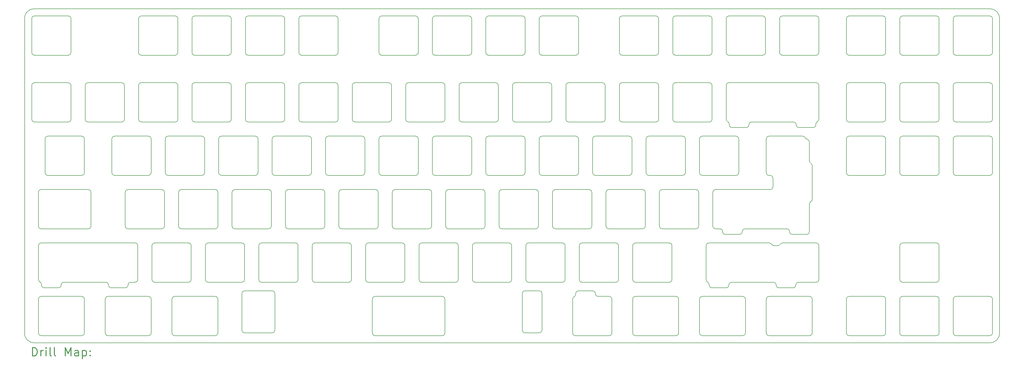
<source format=gbr>
%FSLAX45Y45*%
G04 Gerber Fmt 4.5, Leading zero omitted, Abs format (unit mm)*
G04 Created by KiCad (PCBNEW 5.1.10-88a1d61d58~90~ubuntu21.04.1) date 2021-08-16 11:56:16*
%MOMM*%
%LPD*%
G01*
G04 APERTURE LIST*
%TA.AperFunction,Profile*%
%ADD10C,0.200000*%
%TD*%
%TA.AperFunction,Profile*%
%ADD11C,0.150000*%
%TD*%
%ADD12C,0.200000*%
%ADD13C,0.300000*%
G04 APERTURE END LIST*
D10*
X28357830Y-14730730D02*
X30300955Y-14730730D01*
X28257830Y-14830730D02*
G75*
G02*
X28357830Y-14730730I100000J0D01*
G01*
X30300955Y-14225730D02*
G75*
G02*
X30400955Y-14325730I0J-100000D01*
G01*
X30162830Y-12925730D02*
X30162830Y-14125730D01*
X30162830Y-12925730D02*
G75*
G02*
X30262830Y-12825730I100000J0D01*
G01*
X28357830Y-16130730D02*
G75*
G02*
X28257830Y-16030730I0J100000D01*
G01*
X28704655Y-16330730D02*
G75*
G02*
X28604655Y-16230730I0J100000D01*
G01*
X30262830Y-14225730D02*
G75*
G02*
X30162830Y-14125730I0J100000D01*
G01*
X28504655Y-16130730D02*
G75*
G02*
X28604655Y-16230730I0J-100000D01*
G01*
X30262830Y-12825730D02*
X31462830Y-12825730D01*
X31462830Y-12825730D02*
G75*
G02*
X31552914Y-12882314I0J-100000D01*
G01*
X28704655Y-16330730D02*
X29205149Y-16330599D01*
X31092750Y-16330599D02*
X31601000Y-16330599D01*
X31700955Y-15251435D02*
G75*
G02*
X31750955Y-15164833I100000J0D01*
G01*
X30300955Y-14225730D02*
X30262830Y-14225730D01*
X31621976Y-12936664D02*
G75*
G02*
X31552914Y-12882314I21021J97766D01*
G01*
X29405149Y-16130599D02*
X30892750Y-16130599D01*
X31700955Y-16230730D02*
G75*
G02*
X31600955Y-16330730I-100000J0D01*
G01*
X28357830Y-16130730D02*
X28504655Y-16130730D01*
X31621976Y-12936664D02*
G75*
G02*
X31700955Y-13034430I-21021J-97766D01*
G01*
X31750955Y-13791628D02*
G75*
G02*
X31800955Y-13878230I-50000J-86603D01*
G01*
X31700955Y-13034430D02*
X31700955Y-13705025D01*
X28604655Y-16230730D02*
X28604655Y-16230730D01*
X28257830Y-14830730D02*
X28257830Y-16030730D01*
X31700955Y-16230730D02*
X31700955Y-15251435D01*
X30892750Y-16130599D02*
G75*
G02*
X30992750Y-16230599I0J-100000D01*
G01*
X31800955Y-15078230D02*
G75*
G02*
X31750955Y-15164833I-100000J0D01*
G01*
X31092750Y-16330599D02*
G75*
G02*
X30992750Y-16230599I0J100000D01*
G01*
X31800955Y-13878230D02*
X31800955Y-15078230D01*
X29305149Y-16230599D02*
G75*
G02*
X29405149Y-16130599I100000J0D01*
G01*
X29305149Y-16230599D02*
G75*
G02*
X29205149Y-16330599I-100000J0D01*
G01*
X30400955Y-14630730D02*
G75*
G02*
X30300955Y-14730730I-100000J0D01*
G01*
X30400955Y-14630730D02*
X30400955Y-14325730D01*
X31750955Y-13791627D02*
G75*
G02*
X31700955Y-13705025I50000J86603D01*
G01*
X4262825Y-18022162D02*
G75*
G02*
X4208475Y-17933190I45650J88972D01*
G01*
X4417175Y-18233190D02*
G75*
G02*
X4317175Y-18133190I0J100000D01*
G01*
X7504775Y-18033190D02*
X7651600Y-18033190D01*
X6804775Y-18233190D02*
X7304775Y-18233190D01*
X7404775Y-18133190D02*
X7404775Y-18133190D01*
X7651600Y-16633190D02*
G75*
G02*
X7751600Y-16733190I0J-100000D01*
G01*
X5117175Y-18033190D02*
X6604775Y-18033190D01*
X7404775Y-18133190D02*
G75*
G02*
X7504775Y-18033190I100000J0D01*
G01*
X7404775Y-18133190D02*
G75*
G02*
X7304775Y-18233190I-100000J0D01*
G01*
X4208475Y-16733190D02*
G75*
G02*
X4308475Y-16633190I100000J0D01*
G01*
X5017175Y-18133190D02*
X5017175Y-18133190D01*
X7751600Y-16733190D02*
X7751600Y-17933190D01*
X4262825Y-18022162D02*
G75*
G02*
X4317175Y-18111135I-45650J-88972D01*
G01*
X6704775Y-18133190D02*
X6704775Y-18133190D01*
X4208475Y-16733190D02*
X4208475Y-17933190D01*
X5017175Y-18133190D02*
G75*
G02*
X4917175Y-18233190I-100000J0D01*
G01*
X4417175Y-18233190D02*
X4917175Y-18233190D01*
X7751600Y-17933190D02*
G75*
G02*
X7651600Y-18033190I-100000J0D01*
G01*
X6804775Y-18233190D02*
G75*
G02*
X6704775Y-18133190I0J100000D01*
G01*
X4308475Y-16633190D02*
X7651600Y-16633190D01*
X5017175Y-18133190D02*
G75*
G02*
X5117175Y-18033190I100000J0D01*
G01*
X4317175Y-18133190D02*
X4317175Y-18111135D01*
X6604775Y-18033190D02*
G75*
G02*
X6704775Y-18133190I0J-100000D01*
G01*
X28828899Y-18135600D02*
G75*
G02*
X28928899Y-18035600I100000J0D01*
G01*
X31939701Y-16635599D02*
G75*
G02*
X32039701Y-16735599I0J-100000D01*
G01*
X30566495Y-16735599D02*
X30445905Y-16735599D01*
X30616500Y-18235600D02*
G75*
G02*
X30516500Y-18135600I0J100000D01*
G01*
X31316501Y-18035600D02*
X31939701Y-18035600D01*
X30616500Y-18235600D02*
X31116500Y-18235600D01*
X28228899Y-18235600D02*
G75*
G02*
X28128899Y-18135600I0J100000D01*
G01*
X32039701Y-17935600D02*
X32039701Y-16735599D01*
X30566495Y-16735599D02*
G75*
G03*
X30653097Y-16685599I0J100000D01*
G01*
X32039701Y-17935600D02*
G75*
G02*
X31939701Y-18035600I-100000J0D01*
G01*
X30653097Y-16685599D02*
G75*
G02*
X30739700Y-16635599I86603J-50000D01*
G01*
X28228899Y-18235600D02*
X28728899Y-18235600D01*
X30272700Y-16635599D02*
G75*
G02*
X30359302Y-16685599I0J-100000D01*
G01*
X28019699Y-16735599D02*
X28019699Y-17935600D01*
X30272700Y-16635599D02*
X28119699Y-16635599D01*
X30416500Y-18035600D02*
G75*
G02*
X30516500Y-18135600I0J-100000D01*
G01*
X28928899Y-18035600D02*
X30416500Y-18035600D01*
X28828899Y-18135600D02*
G75*
G02*
X28728899Y-18235600I-100000J0D01*
G01*
X31216500Y-18135600D02*
G75*
G02*
X31116500Y-18235600I-100000J0D01*
G01*
X28074650Y-18035893D02*
G75*
G02*
X28019699Y-17935600I64049J100293D01*
G01*
X30445905Y-16735599D02*
G75*
G02*
X30359302Y-16685599I0J100000D01*
G01*
X31939701Y-16635599D02*
X30739700Y-16635599D01*
X28019699Y-16735599D02*
G75*
G02*
X28119699Y-16635599I100000J0D01*
G01*
X28074711Y-18035798D02*
G75*
G02*
X28128899Y-18135600I-64812J-99802D01*
G01*
X31316501Y-18035600D02*
G75*
G03*
X31216500Y-18135600I0J-100000D01*
G01*
X31930876Y-12420597D02*
G75*
G02*
X31830876Y-12520597I-100000J0D01*
G01*
X31939075Y-10920596D02*
X28834075Y-10920596D01*
X28788924Y-12309568D02*
G75*
G02*
X28734574Y-12220596I45650J88972D01*
G01*
X31985224Y-12309569D02*
G75*
G03*
X31930874Y-12398541I45650J-88972D01*
G01*
X31330875Y-12520597D02*
X31830876Y-12520597D01*
X32039574Y-12220597D02*
X32039574Y-11020596D01*
X28843274Y-12398541D02*
X28843274Y-12420597D01*
X31985224Y-12309569D02*
G75*
G03*
X32039574Y-12220597I-45650J88972D01*
G01*
X28943274Y-12520597D02*
X29443274Y-12520597D01*
X31130875Y-12320597D02*
G75*
G02*
X31230875Y-12420597I0J-100000D01*
G01*
X29543275Y-12420597D02*
G75*
G02*
X29643275Y-12320597I100000J0D01*
G01*
X28734574Y-11020596D02*
G75*
G02*
X28834574Y-10920596I100000J0D01*
G01*
X29543275Y-12420597D02*
G75*
G02*
X29443274Y-12520597I-100000J0D01*
G01*
X29643275Y-12320597D02*
X31130875Y-12320597D01*
X28788924Y-12309568D02*
G75*
G02*
X28843274Y-12398541I-45650J-88972D01*
G01*
X31930874Y-12398541D02*
X31930876Y-12420597D01*
X31939574Y-10920596D02*
G75*
G02*
X32039574Y-11020596I0J-100000D01*
G01*
X31330875Y-12520597D02*
G75*
G02*
X31230875Y-12420597I0J100000D01*
G01*
X28734574Y-11020596D02*
X28734574Y-12220596D01*
X28943274Y-12520597D02*
G75*
G02*
X28843274Y-12420597I0J100000D01*
G01*
X23357696Y-19940601D02*
G75*
G02*
X23257696Y-19840601I0J100000D01*
G01*
X23369571Y-18440600D02*
G75*
G02*
X23469571Y-18340600I100000J0D01*
G01*
X24657697Y-19840601D02*
G75*
G02*
X24557697Y-19940601I-100000J0D01*
G01*
X23369571Y-18440600D02*
X23369571Y-18461062D01*
X23369571Y-18461062D02*
G75*
G02*
X23313634Y-18550831I-100000J0D01*
G01*
X23357696Y-19940601D02*
X24557697Y-19940601D01*
X24657697Y-19840601D02*
X24657697Y-18640600D01*
X24557697Y-18540600D02*
X24169572Y-18540600D01*
X24557697Y-18540600D02*
G75*
G02*
X24657697Y-18640600I0J-100000D01*
G01*
X23969571Y-18340600D02*
G75*
G02*
X24069572Y-18440600I0J-100000D01*
G01*
X24169572Y-18540600D02*
G75*
G02*
X24069572Y-18440600I0J100000D01*
G01*
X23257696Y-18640600D02*
X23257696Y-19840601D01*
X23257696Y-18640600D02*
G75*
G02*
X23313634Y-18550831I100000J0D01*
G01*
X23969571Y-18340600D02*
X23469571Y-18340600D01*
X22543321Y-14830598D02*
X22543321Y-16030599D01*
X21463945Y-18440600D02*
G75*
G02*
X21563945Y-18340600I100000J0D01*
G01*
X14547066Y-14225598D02*
X15747067Y-14225598D01*
X22167071Y-9939346D02*
X23367071Y-9939346D01*
X6827062Y-12925597D02*
X6827062Y-14125598D01*
X18228318Y-16030599D02*
G75*
G02*
X18128318Y-16130599I-100000J0D01*
G01*
X21562070Y-14125598D02*
G75*
G02*
X21462070Y-14225598I-100000J0D01*
G01*
X22167071Y-14225598D02*
X23367071Y-14225598D01*
X17880818Y-18035600D02*
X19080819Y-18035600D01*
X22890821Y-16635599D02*
X21690820Y-16635599D01*
X11563940Y-19840601D02*
X12539565Y-19840601D01*
X4307686Y-19940601D02*
X5745812Y-19940601D01*
X29182074Y-14125598D02*
G75*
G02*
X29082074Y-14225598I-100000J0D01*
G01*
X25977073Y-14225598D02*
G75*
G02*
X25877073Y-14125598I0J100000D01*
G01*
X19657069Y-14125598D02*
G75*
G02*
X19557069Y-14225598I-100000J0D01*
G01*
X25400822Y-18640600D02*
X25400822Y-19840601D01*
X35025828Y-19940601D02*
X36225828Y-19940601D01*
X9070189Y-19940601D02*
G75*
G02*
X8970188Y-19840601I0J100000D01*
G01*
X25977073Y-14225598D02*
X27177073Y-14225598D01*
X13970816Y-16735599D02*
X13970816Y-17935600D01*
X14923317Y-14830598D02*
X14923317Y-16030599D01*
X23119571Y-12320597D02*
X24319572Y-12320597D01*
X36325828Y-12220597D02*
G75*
G02*
X36225828Y-12320597I-100000J0D01*
G01*
X20609570Y-12220597D02*
G75*
G02*
X20509570Y-12320597I-100000J0D01*
G01*
X33020826Y-8639345D02*
X33020826Y-9839346D01*
X24419572Y-12220597D02*
G75*
G02*
X24319572Y-12320597I-100000J0D01*
G01*
X24895822Y-17935600D02*
G75*
G02*
X24795822Y-18035600I-100000J0D01*
G01*
X16799568Y-12220597D02*
G75*
G02*
X16699568Y-12320597I-100000J0D01*
G01*
X36325828Y-12220597D02*
X36325828Y-11020596D01*
X20162070Y-12925597D02*
X20162070Y-14125598D01*
X38230829Y-9839346D02*
G75*
G02*
X38130829Y-9939346I-100000J0D01*
G01*
X8832063Y-14225598D02*
G75*
G02*
X8732063Y-14125598I0J100000D01*
G01*
X24072072Y-14225598D02*
X25272072Y-14225598D01*
X11460815Y-16635599D02*
X10260814Y-16635599D01*
X35025828Y-14225598D02*
G75*
G02*
X34925828Y-14125598I0J100000D01*
G01*
X19309569Y-12320597D02*
X20509570Y-12320597D01*
X27277073Y-14125598D02*
G75*
G02*
X27177073Y-14225598I-100000J0D01*
G01*
X26324573Y-12220597D02*
G75*
G02*
X26224573Y-12320597I-100000J0D01*
G01*
X26929573Y-12320597D02*
G75*
G02*
X26829573Y-12220597I0J100000D01*
G01*
X10260814Y-18035600D02*
G75*
G02*
X10160814Y-17935600I0J100000D01*
G01*
X35025828Y-18035600D02*
X36225828Y-18035600D01*
X9555814Y-16635599D02*
X8355813Y-16635599D01*
X36830829Y-12925597D02*
X36830829Y-14125598D01*
X4307686Y-16130599D02*
X5983937Y-16130599D01*
X10160814Y-16735599D02*
G75*
G02*
X10260814Y-16635599I100000J0D01*
G01*
X5974562Y-12320597D02*
G75*
G02*
X5874562Y-12220597I0J100000D01*
G01*
X34925828Y-12925597D02*
X34925828Y-14125598D01*
X10608314Y-16030599D02*
X10608314Y-14830598D01*
X35025828Y-12320597D02*
X36225828Y-12320597D01*
X38230829Y-12220597D02*
G75*
G02*
X38130829Y-12320597I-100000J0D01*
G01*
X17275818Y-17935600D02*
G75*
G02*
X17175818Y-18035600I-100000J0D01*
G01*
X35025828Y-19940601D02*
G75*
G02*
X34925828Y-19840601I0J100000D01*
G01*
X14547066Y-14225598D02*
G75*
G02*
X14447066Y-14125598I0J100000D01*
G01*
X21590820Y-16735599D02*
G75*
G02*
X21690820Y-16635599I100000J0D01*
G01*
X33120826Y-19940601D02*
G75*
G02*
X33020826Y-19840601I0J100000D01*
G01*
X17752068Y-9839346D02*
G75*
G02*
X17652068Y-9939346I-100000J0D01*
G01*
X32039576Y-9839346D02*
G75*
G02*
X31939576Y-9939346I-100000J0D01*
G01*
X4545811Y-14225598D02*
G75*
G02*
X4445811Y-14125598I0J100000D01*
G01*
X16452067Y-14225598D02*
G75*
G02*
X16352067Y-14125598I0J100000D01*
G01*
X25500822Y-18035600D02*
X26700823Y-18035600D01*
X6827062Y-12925597D02*
G75*
G02*
X6927062Y-12825597I100000J0D01*
G01*
X6083937Y-16030599D02*
G75*
G02*
X5983937Y-16130599I-100000J0D01*
G01*
X16213942Y-19940601D02*
G75*
G02*
X16113942Y-19840601I0J100000D01*
G01*
X16352067Y-8639345D02*
X16352067Y-9839346D01*
X23495821Y-16735599D02*
X23495821Y-17935600D01*
X6688937Y-19940601D02*
X8127063Y-19940601D01*
X28734574Y-8639345D02*
G75*
G02*
X28834574Y-8539345I100000J0D01*
G01*
X36930829Y-14225598D02*
G75*
G02*
X36830829Y-14125598I0J100000D01*
G01*
X12065815Y-16735599D02*
X12065815Y-17935600D01*
X36930829Y-9939346D02*
X38130829Y-9939346D01*
X29420199Y-19840601D02*
G75*
G02*
X29320199Y-19940601I-100000J0D01*
G01*
X13594566Y-9939346D02*
X14794567Y-9939346D01*
X12889566Y-10920596D02*
X11689565Y-10920596D01*
X19209569Y-11020596D02*
X19209569Y-12220597D01*
X23595821Y-18035600D02*
G75*
G02*
X23495821Y-17935600I0J100000D01*
G01*
X4069561Y-12320597D02*
X5269561Y-12320597D01*
X19657069Y-9839346D02*
G75*
G02*
X19557069Y-9939346I-100000J0D01*
G01*
X28229574Y-9839346D02*
X28229574Y-8639345D01*
X34420827Y-12220597D02*
G75*
G02*
X34320827Y-12320597I-100000J0D01*
G01*
X26353323Y-14830598D02*
X26353323Y-16030599D01*
X11113315Y-14830598D02*
X11113315Y-16030599D01*
X23119571Y-12320597D02*
G75*
G02*
X23019571Y-12220597I0J100000D01*
G01*
X5845812Y-14125598D02*
X5845812Y-12925597D01*
X36325828Y-9839346D02*
X36325828Y-8639345D01*
X9784564Y-9939346D02*
G75*
G02*
X9684564Y-9839346I0J100000D01*
G01*
X20262070Y-9939346D02*
X21462070Y-9939346D01*
X7403313Y-16130599D02*
X8603313Y-16130599D01*
X38230829Y-19840601D02*
G75*
G02*
X38130829Y-19940601I-100000J0D01*
G01*
X23943321Y-16030599D02*
G75*
G02*
X23843321Y-16130599I-100000J0D01*
G01*
X10608314Y-19840601D02*
G75*
G02*
X10508314Y-19940601I-100000J0D01*
G01*
X31801451Y-19840601D02*
G75*
G02*
X31701451Y-19940601I-100000J0D01*
G01*
X12165815Y-18035600D02*
G75*
G02*
X12065815Y-17935600I0J100000D01*
G01*
X13118316Y-16130599D02*
X14318316Y-16130599D01*
X30034575Y-8539345D02*
X28834574Y-8539345D01*
X18833319Y-16130599D02*
X20033319Y-16130599D01*
X15023317Y-16130599D02*
G75*
G02*
X14923317Y-16030599I0J100000D01*
G01*
X22167071Y-9939346D02*
G75*
G02*
X22067071Y-9839346I0J100000D01*
G01*
X8732063Y-12925597D02*
X8732063Y-14125598D01*
X11589565Y-11020596D02*
X11589565Y-12220597D01*
X15499567Y-12320597D02*
G75*
G02*
X15399567Y-12220597I0J100000D01*
G01*
X7403313Y-16130599D02*
G75*
G02*
X7303312Y-16030599I0J100000D01*
G01*
X9070189Y-19940601D02*
X10508314Y-19940601D01*
X11689565Y-9939346D02*
X12889566Y-9939346D01*
X36930829Y-12320597D02*
X38130829Y-12320597D01*
X23972071Y-12925597D02*
X23972071Y-14125598D01*
X21590820Y-16735599D02*
X21590820Y-17935600D01*
X27882074Y-14225598D02*
X29082074Y-14225598D01*
X20262070Y-9939346D02*
G75*
G02*
X20162070Y-9839346I0J100000D01*
G01*
X35025828Y-9939346D02*
X36225828Y-9939346D01*
X8703313Y-16030599D02*
G75*
G02*
X8603313Y-16130599I-100000J0D01*
G01*
X13118316Y-16130599D02*
G75*
G02*
X13018316Y-16030599I0J100000D01*
G01*
X36830829Y-11020596D02*
X36830829Y-12220597D01*
X19785819Y-18035600D02*
X20985820Y-18035600D01*
X36325828Y-19840601D02*
G75*
G02*
X36225828Y-19940601I-100000J0D01*
G01*
X25024572Y-12320597D02*
X26224573Y-12320597D01*
X36325828Y-17935600D02*
G75*
G02*
X36225828Y-18035600I-100000J0D01*
G01*
X21562070Y-9839346D02*
G75*
G02*
X21462070Y-9939346I-100000J0D01*
G01*
X36225828Y-18540600D02*
G75*
G02*
X36325828Y-18640600I0J-100000D01*
G01*
X22167071Y-14225598D02*
G75*
G02*
X22067071Y-14125598I0J100000D01*
G01*
X25024572Y-9939346D02*
X26224573Y-9939346D01*
X36325828Y-19840601D02*
X36325828Y-18640600D01*
X22514571Y-12220597D02*
G75*
G02*
X22414571Y-12320597I-100000J0D01*
G01*
X16928318Y-16130599D02*
X18128318Y-16130599D01*
X4545811Y-14225598D02*
X5745812Y-14225598D01*
X36930829Y-12320597D02*
G75*
G02*
X36830829Y-12220597I0J100000D01*
G01*
X10737064Y-14225598D02*
X11937065Y-14225598D01*
X7779563Y-11020596D02*
X7779563Y-12220597D01*
X16452067Y-14225598D02*
X17652068Y-14225598D01*
X5874562Y-11020596D02*
X5874562Y-12220597D01*
X23595821Y-18035600D02*
X24795822Y-18035600D01*
X20262070Y-14225598D02*
X21462070Y-14225598D01*
X10160814Y-16735599D02*
X10160814Y-17935600D01*
X16223317Y-14730598D02*
X15023317Y-14730598D01*
X22643321Y-16130599D02*
X23843321Y-16130599D01*
X17404568Y-12320597D02*
G75*
G02*
X17304568Y-12220597I0J100000D01*
G01*
X26829573Y-11020596D02*
X26829573Y-12220597D01*
X24548322Y-16130599D02*
X25748322Y-16130599D01*
X5845812Y-19840601D02*
G75*
G02*
X5745812Y-19940601I-100000J0D01*
G01*
X35025828Y-12320597D02*
G75*
G02*
X34925828Y-12220597I0J100000D01*
G01*
X30263325Y-19940601D02*
G75*
G02*
X30163325Y-19840601I0J100000D01*
G01*
X28229574Y-9839346D02*
G75*
G02*
X28129574Y-9939346I-100000J0D01*
G01*
X38230829Y-14125598D02*
G75*
G02*
X38130829Y-14225598I-100000J0D01*
G01*
X17780818Y-16735599D02*
X17780818Y-17935600D01*
X20738320Y-16130599D02*
G75*
G02*
X20638320Y-16030599I0J100000D01*
G01*
X8832063Y-14225598D02*
X10032064Y-14225598D01*
X12513315Y-16030599D02*
G75*
G02*
X12413315Y-16130599I-100000J0D01*
G01*
X36325828Y-9839346D02*
G75*
G02*
X36225828Y-9939346I-100000J0D01*
G01*
X26324573Y-9839346D02*
G75*
G02*
X26224573Y-9939346I-100000J0D01*
G01*
X33120826Y-9939346D02*
G75*
G02*
X33020826Y-9839346I0J100000D01*
G01*
X4069561Y-9939346D02*
X5269561Y-9939346D01*
X16928318Y-16130599D02*
G75*
G02*
X16828318Y-16030599I0J100000D01*
G01*
X25848322Y-16030599D02*
G75*
G02*
X25748322Y-16130599I-100000J0D01*
G01*
X34420827Y-9839346D02*
G75*
G02*
X34320827Y-9939346I-100000J0D01*
G01*
X24924572Y-11020596D02*
X24924572Y-12220597D01*
X25400822Y-16735599D02*
X25400822Y-17935600D01*
X3969561Y-11020596D02*
X3969561Y-12220597D01*
X10132064Y-14125598D02*
G75*
G02*
X10032064Y-14225598I-100000J0D01*
G01*
X9079564Y-10920596D02*
X7879563Y-10920596D01*
X33120826Y-12320597D02*
G75*
G02*
X33020826Y-12220597I0J100000D01*
G01*
X12642065Y-14225598D02*
G75*
G02*
X12542065Y-14125598I0J100000D01*
G01*
X21214570Y-12320597D02*
G75*
G02*
X21114570Y-12220597I0J100000D01*
G01*
X16828318Y-14830598D02*
X16828318Y-16030599D01*
X11084565Y-12220597D02*
G75*
G02*
X10984565Y-12320597I-100000J0D01*
G01*
X17275818Y-17935600D02*
X17275818Y-16735599D01*
X24795822Y-16635599D02*
X23595821Y-16635599D01*
X23495821Y-16735599D02*
G75*
G02*
X23595821Y-16635599I100000J0D01*
G01*
X13465816Y-17935600D02*
X13465816Y-16735599D01*
X13365816Y-16635599D02*
G75*
G02*
X13465816Y-16735599I0J-100000D01*
G01*
X13365816Y-16635599D02*
X12165815Y-16635599D01*
X12065815Y-16735599D02*
G75*
G02*
X12165815Y-16635599I100000J0D01*
G01*
X8127063Y-18540600D02*
X6688937Y-18540600D01*
X18357069Y-14225598D02*
X19557069Y-14225598D01*
X38130829Y-18540600D02*
X36930829Y-18540600D01*
X22990821Y-17935600D02*
G75*
G02*
X22890821Y-18035600I-100000J0D01*
G01*
X22990821Y-17935600D02*
X22990821Y-16735599D01*
X21563945Y-19840601D02*
G75*
G02*
X21463945Y-19740601I0J100000D01*
G01*
X21563945Y-19840601D02*
X22063946Y-19840601D01*
X22163946Y-19740601D02*
G75*
G02*
X22063946Y-19840601I-100000J0D01*
G01*
X22890821Y-16635599D02*
G75*
G02*
X22990821Y-16735599I0J-100000D01*
G01*
X36325828Y-17935600D02*
X36325828Y-16735599D01*
X36225828Y-16635599D02*
G75*
G02*
X36325828Y-16735599I0J-100000D01*
G01*
X36225828Y-16635599D02*
X35025828Y-16635599D01*
X34925828Y-16735599D02*
G75*
G02*
X35025828Y-16635599I100000J0D01*
G01*
X21463945Y-18440600D02*
X21463945Y-19740601D01*
X22643321Y-16130599D02*
G75*
G02*
X22543321Y-16030599I0J100000D01*
G01*
X18604569Y-18540600D02*
X16213942Y-18540600D01*
X36930829Y-19940601D02*
X38130829Y-19940601D01*
X10508314Y-18540600D02*
G75*
G02*
X10608314Y-18640600I0J-100000D01*
G01*
X8127063Y-18540600D02*
G75*
G02*
X8227063Y-18640600I0J-100000D01*
G01*
X16113942Y-18640600D02*
X16113942Y-19840601D01*
X10508314Y-18540600D02*
X9070189Y-18540600D01*
X29420199Y-19840601D02*
X29420199Y-18640600D01*
X27782073Y-18640600D02*
G75*
G02*
X27882074Y-18540600I100000J0D01*
G01*
X6588937Y-18640600D02*
G75*
G02*
X6688937Y-18540600I100000J0D01*
G01*
X6588937Y-18640600D02*
X6588937Y-19840601D01*
X11563940Y-19840601D02*
G75*
G02*
X11463940Y-19740601I0J100000D01*
G01*
X29320199Y-18540600D02*
G75*
G02*
X29420199Y-18640600I0J-100000D01*
G01*
X11463940Y-18440600D02*
X11463940Y-19740601D01*
X12539565Y-18340600D02*
X11563940Y-18340600D01*
X33120826Y-14225598D02*
G75*
G02*
X33020826Y-14125598I0J100000D01*
G01*
X5845812Y-19840601D02*
X5845812Y-18640600D01*
X31801451Y-19840601D02*
X31801451Y-18640600D01*
X31701451Y-18540600D02*
G75*
G02*
X31801451Y-18640600I0J-100000D01*
G01*
X4207686Y-14830598D02*
G75*
G02*
X4307686Y-14730598I100000J0D01*
G01*
X5745812Y-18540600D02*
G75*
G02*
X5845812Y-18640600I0J-100000D01*
G01*
X5745812Y-18540600D02*
X4307686Y-18540600D01*
X36830828Y-18640600D02*
G75*
G02*
X36930829Y-18540600I100000J0D01*
G01*
X35025828Y-18035600D02*
G75*
G02*
X34925828Y-17935600I0J100000D01*
G01*
X4207686Y-18640600D02*
G75*
G02*
X4307686Y-18540600I100000J0D01*
G01*
X38230829Y-19840601D02*
X38230829Y-18640600D01*
X38130829Y-18540600D02*
G75*
G02*
X38230829Y-18640600I0J-100000D01*
G01*
X31701451Y-18540600D02*
X30263325Y-18540600D01*
X24072072Y-14225598D02*
G75*
G02*
X23972071Y-14125598I0J100000D01*
G01*
X30163325Y-18640600D02*
G75*
G02*
X30263325Y-18540600I100000J0D01*
G01*
X7779563Y-8639345D02*
X7779563Y-9839346D01*
X27782074Y-18640600D02*
X27782074Y-19840601D01*
X34320827Y-18540600D02*
G75*
G02*
X34420827Y-18640600I0J-100000D01*
G01*
X34320827Y-18540600D02*
X33120826Y-18540600D01*
X33020826Y-18640600D02*
G75*
G02*
X33120826Y-18540600I100000J0D01*
G01*
X6083937Y-16030599D02*
X6083937Y-14830598D01*
X5983937Y-14730598D02*
X4307686Y-14730598D01*
X8227063Y-19840601D02*
G75*
G02*
X8127063Y-19940601I-100000J0D01*
G01*
X30639575Y-8639345D02*
X30639575Y-9839346D01*
X36225828Y-18540600D02*
X35025828Y-18540600D01*
X8127063Y-12825597D02*
X6927062Y-12825597D01*
X25500822Y-19940601D02*
X26938948Y-19940601D01*
X26929573Y-9939346D02*
X28129574Y-9939346D01*
X27038948Y-19840601D02*
G75*
G02*
X26938948Y-19940601I-100000J0D01*
G01*
X27038948Y-19840601D02*
X27038948Y-18640600D01*
X26938948Y-18540600D02*
G75*
G02*
X27038948Y-18640600I0J-100000D01*
G01*
X34925827Y-18640600D02*
G75*
G02*
X35025828Y-18540600I100000J0D01*
G01*
X4069561Y-12320597D02*
G75*
G02*
X3969561Y-12220597I0J100000D01*
G01*
X13942066Y-14125598D02*
G75*
G02*
X13842066Y-14225598I-100000J0D01*
G01*
X4307686Y-16130599D02*
G75*
G02*
X4207686Y-16030599I0J100000D01*
G01*
X22038321Y-16030599D02*
X22038321Y-14830598D01*
X8355813Y-18035600D02*
G75*
G02*
X8255813Y-17935600I0J100000D01*
G01*
X20162070Y-8639345D02*
X20162070Y-9839346D01*
X13594566Y-12320597D02*
G75*
G02*
X13494566Y-12220597I0J100000D01*
G01*
X21085820Y-17935600D02*
G75*
G02*
X20985820Y-18035600I-100000J0D01*
G01*
X11213315Y-16130599D02*
G75*
G02*
X11113315Y-16030599I0J100000D01*
G01*
X10637064Y-12925597D02*
X10637064Y-14125598D01*
X12037065Y-14125598D02*
G75*
G02*
X11937065Y-14225598I-100000J0D01*
G01*
X18704569Y-19840601D02*
X18704569Y-18640600D01*
X13494566Y-11020596D02*
X13494566Y-12220597D01*
X3969561Y-8639345D02*
X3969561Y-9839346D01*
X14894567Y-9839346D02*
G75*
G02*
X14794567Y-9939346I-100000J0D01*
G01*
X30163325Y-18640600D02*
X30163325Y-19840601D01*
X17304568Y-11020596D02*
X17304568Y-12220597D01*
X9308314Y-16130599D02*
G75*
G02*
X9208314Y-16030599I0J100000D01*
G01*
X4207686Y-18640600D02*
X4207686Y-19840601D01*
X4207686Y-14830598D02*
X4207686Y-16030599D01*
X17404568Y-12320597D02*
X18604569Y-12320597D01*
X13594566Y-9939346D02*
G75*
G02*
X13494566Y-9839346I0J100000D01*
G01*
X33120826Y-12320597D02*
X34320827Y-12320597D01*
X5369562Y-9839346D02*
G75*
G02*
X5269561Y-9939346I-100000J0D01*
G01*
X18357069Y-14225598D02*
G75*
G02*
X18257069Y-14125598I0J100000D01*
G01*
X9684564Y-8639345D02*
X9684564Y-9839346D01*
X26929573Y-12320597D02*
X28129574Y-12320597D01*
X20738320Y-16130599D02*
X21938320Y-16130599D01*
X33020826Y-11020596D02*
X33020826Y-12220597D01*
X28834574Y-9939346D02*
G75*
G02*
X28734574Y-9839346I0J100000D01*
G01*
X22063946Y-18340600D02*
G75*
G02*
X22163946Y-18440600I0J-100000D01*
G01*
X21114570Y-11020596D02*
X21114570Y-12220597D01*
X23467071Y-9839346D02*
G75*
G02*
X23367071Y-9939346I-100000J0D01*
G01*
X30739575Y-9939346D02*
X31939576Y-9939346D01*
X25500822Y-19940601D02*
G75*
G02*
X25400822Y-19840601I0J100000D01*
G01*
X27882074Y-14225598D02*
G75*
G02*
X27782074Y-14125598I0J100000D01*
G01*
X9179564Y-9839346D02*
G75*
G02*
X9079564Y-9939346I-100000J0D01*
G01*
X9784564Y-9939346D02*
X10984565Y-9939346D01*
X5845812Y-14125598D02*
G75*
G02*
X5745812Y-14225598I-100000J0D01*
G01*
X34420827Y-19840601D02*
G75*
G02*
X34320827Y-19940601I-100000J0D01*
G01*
X34925828Y-18640600D02*
X34925828Y-19840601D01*
X11689565Y-12320597D02*
G75*
G02*
X11589565Y-12220597I0J100000D01*
G01*
X11213315Y-16130599D02*
X12413315Y-16130599D01*
X36325828Y-14125598D02*
G75*
G02*
X36225828Y-14225598I-100000J0D01*
G01*
X9784564Y-12320597D02*
G75*
G02*
X9684564Y-12220597I0J100000D01*
G01*
X14070816Y-18035600D02*
X15270817Y-18035600D01*
X9784564Y-12320597D02*
X10984565Y-12320597D01*
X13465816Y-17935600D02*
G75*
G02*
X13365816Y-18035600I-100000J0D01*
G01*
X11589565Y-8639345D02*
X11589565Y-9839346D01*
X11689565Y-9939346D02*
G75*
G02*
X11589565Y-9839346I0J100000D01*
G01*
X4069561Y-9939346D02*
G75*
G02*
X3969561Y-9839346I0J100000D01*
G01*
X33120826Y-9939346D02*
X34320827Y-9939346D01*
X8255813Y-16735599D02*
X8255813Y-17935600D01*
X16452067Y-9939346D02*
G75*
G02*
X16352067Y-9839346I0J100000D01*
G01*
X24924572Y-8639345D02*
X24924572Y-9839346D01*
X36930829Y-14225598D02*
X38130829Y-14225598D01*
X16213942Y-19940601D02*
X18604569Y-19940601D01*
X20133319Y-16030599D02*
G75*
G02*
X20033319Y-16130599I-100000J0D01*
G01*
X7274563Y-12220597D02*
G75*
G02*
X7174562Y-12320597I-100000J0D01*
G01*
X15875817Y-16735599D02*
X15875817Y-17935600D01*
X36830829Y-8639345D02*
X36830829Y-9839346D01*
X22063946Y-18340600D02*
X21563945Y-18340600D01*
X25024572Y-12320597D02*
G75*
G02*
X24924572Y-12220597I0J100000D01*
G01*
X25877073Y-12925597D02*
X25877073Y-14125598D01*
X19785819Y-18035600D02*
G75*
G02*
X19685819Y-17935600I0J100000D01*
G01*
X13594566Y-12320597D02*
X14794567Y-12320597D01*
X7879563Y-12320597D02*
G75*
G02*
X7779563Y-12220597I0J100000D01*
G01*
X18257069Y-12925597D02*
X18257069Y-14125598D01*
X7779563Y-11020596D02*
G75*
G02*
X7879563Y-10920596I100000J0D01*
G01*
X20133320Y-16030599D02*
X20133320Y-14830598D01*
X24548322Y-16130599D02*
G75*
G02*
X24448322Y-16030599I0J100000D01*
G01*
X25024572Y-9939346D02*
G75*
G02*
X24924572Y-9839346I0J100000D01*
G01*
X14923317Y-14830598D02*
G75*
G02*
X15023317Y-14730598I100000J0D01*
G01*
X33020826Y-12925597D02*
X33020826Y-14125598D01*
X35025828Y-9939346D02*
G75*
G02*
X34925828Y-9839346I0J100000D01*
G01*
X17880818Y-18035600D02*
G75*
G02*
X17780818Y-17935600I0J100000D01*
G01*
X18704569Y-12220597D02*
G75*
G02*
X18604569Y-12320597I-100000J0D01*
G01*
X18357069Y-9939346D02*
X19557069Y-9939346D01*
X18357069Y-9939346D02*
G75*
G02*
X18257069Y-9839346I0J100000D01*
G01*
X21690820Y-18035600D02*
G75*
G02*
X21590820Y-17935600I0J100000D01*
G01*
X17752068Y-14125598D02*
G75*
G02*
X17652068Y-14225598I-100000J0D01*
G01*
X18833319Y-16130599D02*
G75*
G02*
X18733319Y-16030599I0J100000D01*
G01*
X30739575Y-9939346D02*
G75*
G02*
X30639575Y-9839346I0J100000D01*
G01*
X15847067Y-14125598D02*
X15847067Y-12925597D01*
X16452067Y-9939346D02*
X17652068Y-9939346D01*
X6688937Y-19940601D02*
G75*
G02*
X6588937Y-19840601I0J100000D01*
G01*
X14894567Y-12220597D02*
G75*
G02*
X14794567Y-12320597I-100000J0D01*
G01*
X22067071Y-8639345D02*
X22067071Y-9839346D01*
X7879563Y-9939346D02*
G75*
G02*
X7779563Y-9839346I0J100000D01*
G01*
X16352067Y-12925597D02*
X16352067Y-14125598D01*
X9308314Y-16130599D02*
X10508314Y-16130599D01*
X10608314Y-16030599D02*
G75*
G02*
X10508314Y-16130599I-100000J0D01*
G01*
X13494566Y-8639345D02*
X13494566Y-9839346D01*
X10737064Y-14225598D02*
G75*
G02*
X10637064Y-14125598I0J100000D01*
G01*
X15399567Y-11020596D02*
X15399567Y-12220597D01*
X36930829Y-9939346D02*
G75*
G02*
X36830829Y-9839346I0J100000D01*
G01*
X12989566Y-9839346D02*
G75*
G02*
X12889566Y-9939346I-100000J0D01*
G01*
X14418316Y-16030599D02*
X14418316Y-14830598D01*
X20262070Y-14225598D02*
G75*
G02*
X20162070Y-14125598I0J100000D01*
G01*
X26453323Y-16130599D02*
X27653323Y-16130599D01*
X6927062Y-14225598D02*
G75*
G02*
X6827062Y-14125598I0J100000D01*
G01*
X14418316Y-16030599D02*
G75*
G02*
X14318316Y-16130599I-100000J0D01*
G01*
X8355813Y-18035600D02*
X9555814Y-18035600D01*
X9655814Y-17935600D02*
X9655814Y-16735599D01*
X22067071Y-12925597D02*
X22067071Y-14125598D01*
X13494566Y-8639345D02*
G75*
G02*
X13594566Y-8539345I100000J0D01*
G01*
X27177073Y-12825597D02*
X25977073Y-12825597D01*
X19657069Y-14125598D02*
X19657069Y-12925597D01*
X19557069Y-12825597D02*
X18357069Y-12825597D01*
X22163946Y-19740601D02*
X22163946Y-18440600D01*
X14318316Y-14730598D02*
G75*
G02*
X14418316Y-14830598I0J-100000D01*
G01*
X13018316Y-14830598D02*
G75*
G02*
X13118316Y-14730598I100000J0D01*
G01*
X15023317Y-16130599D02*
X16223317Y-16130599D01*
X16323317Y-16030599D02*
X16323317Y-14830598D01*
X38230829Y-14125598D02*
X38230829Y-12925597D01*
X3969561Y-11020596D02*
G75*
G02*
X4069561Y-10920596I100000J0D01*
G01*
X31939576Y-8539345D02*
G75*
G02*
X32039576Y-8639345I0J-100000D01*
G01*
X28129574Y-8539345D02*
G75*
G02*
X28229574Y-8639345I0J-100000D01*
G01*
X26829573Y-8639345D02*
G75*
G02*
X26929573Y-8539345I100000J0D01*
G01*
X28834574Y-9939346D02*
X30034575Y-9939346D01*
X23019571Y-11020596D02*
X23019571Y-12220597D01*
X29320199Y-18540600D02*
X27882074Y-18540600D01*
X33120826Y-14225598D02*
X34320827Y-14225598D01*
X16113942Y-18640600D02*
G75*
G02*
X16213942Y-18540600I100000J0D01*
G01*
X8970188Y-18640600D02*
G75*
G02*
X9070189Y-18540600I100000J0D01*
G01*
X18604569Y-18540600D02*
G75*
G02*
X18704569Y-18640600I0J-100000D01*
G01*
X12165815Y-18035600D02*
X13365816Y-18035600D01*
X8255813Y-16735599D02*
G75*
G02*
X8355813Y-16635599I100000J0D01*
G01*
X26700823Y-16635599D02*
X25500822Y-16635599D01*
X19180819Y-17935600D02*
X19180819Y-16735599D01*
X19080819Y-16635599D02*
X17880818Y-16635599D01*
X19685819Y-16735599D02*
G75*
G02*
X19785819Y-16635599I100000J0D01*
G01*
X28129574Y-10920596D02*
G75*
G02*
X28229574Y-11020596I0J-100000D01*
G01*
X34420827Y-19840601D02*
X34420827Y-18640600D01*
X28129574Y-10920596D02*
X26929573Y-10920596D01*
X11589565Y-11020596D02*
G75*
G02*
X11689565Y-10920596I100000J0D01*
G01*
X7879563Y-9939346D02*
X9079564Y-9939346D01*
X38130829Y-10920596D02*
G75*
G02*
X38230829Y-11020596I0J-100000D01*
G01*
X36830828Y-11020596D02*
G75*
G02*
X36930829Y-10920596I100000J0D01*
G01*
X17652068Y-12825597D02*
X16452067Y-12825597D01*
X13842066Y-12825597D02*
X12642065Y-12825597D01*
X23467071Y-14125598D02*
G75*
G02*
X23367071Y-14225598I-100000J0D01*
G01*
X36830829Y-18640600D02*
X36830829Y-19840601D01*
X33020826Y-18640600D02*
X33020826Y-19840601D01*
X5983937Y-14730598D02*
G75*
G02*
X6083937Y-14830598I0J-100000D01*
G01*
X18257069Y-8639345D02*
X18257069Y-9839346D01*
X23467071Y-14125598D02*
X23467071Y-12925597D01*
X28734574Y-8639345D02*
X28734574Y-9839346D01*
X21214570Y-12320597D02*
X22414571Y-12320597D01*
X25400822Y-18640600D02*
G75*
G02*
X25500822Y-18540600I100000J0D01*
G01*
X8227063Y-19840601D02*
X8227063Y-18640600D01*
X5369562Y-12220597D02*
G75*
G02*
X5269561Y-12320597I-100000J0D01*
G01*
X4307686Y-19940601D02*
G75*
G02*
X4207686Y-19840601I0J100000D01*
G01*
X35025828Y-14225598D02*
X36225828Y-14225598D01*
X38130829Y-10920596D02*
X36930829Y-10920596D01*
X25500822Y-18035600D02*
G75*
G02*
X25400822Y-17935600I0J100000D01*
G01*
X17752068Y-14125598D02*
X17752068Y-12925597D01*
X16352067Y-12925597D02*
G75*
G02*
X16452067Y-12825597I100000J0D01*
G01*
X12542065Y-12925597D02*
G75*
G02*
X12642065Y-12825597I100000J0D01*
G01*
X15747067Y-12825597D02*
G75*
G02*
X15847067Y-12925597I0J-100000D01*
G01*
X14447066Y-12925597D02*
G75*
G02*
X14547066Y-12825597I100000J0D01*
G01*
X8703313Y-16030599D02*
X8703313Y-14830598D01*
X22038320Y-16030599D02*
G75*
G02*
X21938320Y-16130599I-100000J0D01*
G01*
X27782074Y-12925597D02*
X27782074Y-14125598D01*
X11084565Y-9839346D02*
G75*
G02*
X10984565Y-9939346I-100000J0D01*
G01*
X25372072Y-14125598D02*
G75*
G02*
X25272072Y-14225598I-100000J0D01*
G01*
X5369562Y-9839346D02*
X5369562Y-8639345D01*
X5269561Y-8539345D02*
G75*
G02*
X5369562Y-8639345I0J-100000D01*
G01*
X5269561Y-8539345D02*
X4069561Y-8539345D01*
X3969561Y-8639345D02*
G75*
G02*
X4069561Y-8539345I100000J0D01*
G01*
X9179564Y-9839346D02*
X9179564Y-8639345D01*
X9079564Y-8539345D02*
G75*
G02*
X9179564Y-8639345I0J-100000D01*
G01*
X9079564Y-8539345D02*
X7879563Y-8539345D01*
X7779563Y-8639345D02*
G75*
G02*
X7879563Y-8539345I100000J0D01*
G01*
X26453323Y-16130599D02*
G75*
G02*
X26353323Y-16030599I0J100000D01*
G01*
X23467071Y-9839346D02*
X23467071Y-8639345D01*
X23367071Y-8539345D02*
G75*
G02*
X23467071Y-8639345I0J-100000D01*
G01*
X23367071Y-8539345D02*
X22167071Y-8539345D01*
X22067071Y-8639345D02*
G75*
G02*
X22167071Y-8539345I100000J0D01*
G01*
X27882074Y-19940601D02*
X29320199Y-19940601D01*
X15370817Y-17935600D02*
G75*
G02*
X15270817Y-18035600I-100000J0D01*
G01*
X12989566Y-9839346D02*
X12989566Y-8639345D01*
X12889566Y-8539345D02*
G75*
G02*
X12989566Y-8639345I0J-100000D01*
G01*
X34420827Y-14125598D02*
G75*
G02*
X34320827Y-14225598I-100000J0D01*
G01*
X15499567Y-12320597D02*
X16699568Y-12320597D01*
X18704569Y-19840601D02*
G75*
G02*
X18604569Y-19940601I-100000J0D01*
G01*
X14070816Y-18035600D02*
G75*
G02*
X13970816Y-17935600I0J100000D01*
G01*
X12889566Y-8539345D02*
X11689565Y-8539345D01*
X11589565Y-8639345D02*
G75*
G02*
X11689565Y-8539345I100000J0D01*
G01*
X19657069Y-9839346D02*
X19657069Y-8639345D01*
X19557069Y-8539345D02*
G75*
G02*
X19657069Y-8639345I0J-100000D01*
G01*
X19557069Y-8539345D02*
X18357069Y-8539345D01*
X18257068Y-8639345D02*
G75*
G02*
X18357069Y-8539345I100000J0D01*
G01*
X11084565Y-9839346D02*
X11084565Y-8639345D01*
X26929573Y-9939346D02*
G75*
G02*
X26829573Y-9839346I0J100000D01*
G01*
X12639565Y-19740601D02*
G75*
G02*
X12539565Y-19840601I-100000J0D01*
G01*
X26800823Y-17935600D02*
G75*
G02*
X26700823Y-18035600I-100000J0D01*
G01*
X10984565Y-8539345D02*
G75*
G02*
X11084565Y-8639345I0J-100000D01*
G01*
X10984565Y-8539345D02*
X9784564Y-8539345D01*
X9684564Y-8639345D02*
G75*
G02*
X9784564Y-8539345I100000J0D01*
G01*
X21562070Y-9839346D02*
X21562070Y-8639345D01*
X21462070Y-8539345D02*
G75*
G02*
X21562070Y-8639345I0J-100000D01*
G01*
X21462070Y-8539345D02*
X20262070Y-8539345D01*
X18604569Y-10920596D02*
G75*
G02*
X18704569Y-11020596I0J-100000D01*
G01*
X17304568Y-11020596D02*
G75*
G02*
X17404568Y-10920596I100000J0D01*
G01*
X20162069Y-8639345D02*
G75*
G02*
X20262070Y-8539345I100000J0D01*
G01*
X14894567Y-9839346D02*
X14894567Y-8639345D01*
X11560815Y-17935600D02*
G75*
G02*
X11460815Y-18035600I-100000J0D01*
G01*
X14794567Y-8539345D02*
G75*
G02*
X14894567Y-8639345I0J-100000D01*
G01*
X14794567Y-8539345D02*
X13594566Y-8539345D01*
X17752068Y-9839346D02*
X17752068Y-8639345D01*
X25877072Y-12925597D02*
G75*
G02*
X25977073Y-12825597I100000J0D01*
G01*
X17652068Y-8539345D02*
G75*
G02*
X17752068Y-8639345I0J-100000D01*
G01*
X17652068Y-8539345D02*
X16452067Y-8539345D01*
X16352067Y-8639345D02*
G75*
G02*
X16452067Y-8539345I100000J0D01*
G01*
X5369562Y-12220597D02*
X5369562Y-11020596D01*
X5269561Y-10920596D02*
G75*
G02*
X5369562Y-11020596I0J-100000D01*
G01*
X5269561Y-10920596D02*
X4069561Y-10920596D01*
X32039576Y-9839346D02*
X32039576Y-8639345D01*
X31939576Y-8539345D02*
X30739575Y-8539345D01*
X30639575Y-8639345D02*
G75*
G02*
X30739575Y-8539345I100000J0D01*
G01*
X28129574Y-8539345D02*
X26929573Y-8539345D01*
X26829573Y-8639345D02*
X26829573Y-9839346D01*
X30134575Y-9839346D02*
G75*
G02*
X30034575Y-9939346I-100000J0D01*
G01*
X30134575Y-9839346D02*
X30134575Y-8639345D01*
X30034575Y-8539345D02*
G75*
G02*
X30134575Y-8639345I0J-100000D01*
G01*
X38230829Y-9839346D02*
X38230829Y-8639345D01*
X38130829Y-8539345D02*
G75*
G02*
X38230829Y-8639345I0J-100000D01*
G01*
X38130829Y-8539345D02*
X36930829Y-8539345D01*
X36830828Y-8639345D02*
G75*
G02*
X36930829Y-8539345I100000J0D01*
G01*
X34420827Y-9839346D02*
X34420827Y-8639345D01*
X34320827Y-8539345D02*
G75*
G02*
X34420827Y-8639345I0J-100000D01*
G01*
X34925828Y-11020596D02*
X34925828Y-12220597D01*
X34320827Y-8539345D02*
X33120826Y-8539345D01*
X33020826Y-8639345D02*
G75*
G02*
X33120826Y-8539345I100000J0D01*
G01*
X26324573Y-9839346D02*
X26324573Y-8639345D01*
X26224573Y-8539345D02*
G75*
G02*
X26324573Y-8639345I0J-100000D01*
G01*
X26224573Y-8539345D02*
X25024572Y-8539345D01*
X24924572Y-8639345D02*
G75*
G02*
X25024572Y-8539345I100000J0D01*
G01*
X36225828Y-8539345D02*
G75*
G02*
X36325828Y-8639345I0J-100000D01*
G01*
X36225828Y-8539345D02*
X35025828Y-8539345D01*
X34925827Y-8639345D02*
G75*
G02*
X35025828Y-8539345I100000J0D01*
G01*
X34925828Y-8639345D02*
X34925828Y-9839346D01*
X7879563Y-12320597D02*
X9079564Y-12320597D01*
X9179564Y-12220597D02*
G75*
G02*
X9079564Y-12320597I-100000J0D01*
G01*
X9179564Y-12220597D02*
X9179564Y-11020596D01*
X9079564Y-10920596D02*
G75*
G02*
X9179564Y-11020596I0J-100000D01*
G01*
X20609570Y-12220597D02*
X20609570Y-11020596D01*
X20509570Y-10920596D02*
G75*
G02*
X20609570Y-11020596I0J-100000D01*
G01*
X20509570Y-10920596D02*
X19309569Y-10920596D01*
X19209569Y-11020596D02*
G75*
G02*
X19309569Y-10920596I100000J0D01*
G01*
X14894567Y-12220597D02*
X14894567Y-11020596D01*
X14794567Y-10920596D02*
G75*
G02*
X14894567Y-11020596I0J-100000D01*
G01*
X14794567Y-10920596D02*
X13594566Y-10920596D01*
X13494566Y-11020596D02*
G75*
G02*
X13594566Y-10920596I100000J0D01*
G01*
X30263325Y-19940601D02*
X31701451Y-19940601D01*
X11689565Y-12320597D02*
X12889566Y-12320597D01*
X12989566Y-12220597D02*
G75*
G02*
X12889566Y-12320597I-100000J0D01*
G01*
X12989566Y-12220597D02*
X12989566Y-11020596D01*
X12889566Y-10920596D02*
G75*
G02*
X12989566Y-11020596I0J-100000D01*
G01*
X16799568Y-12220597D02*
X16799568Y-11020596D01*
X16699568Y-10920596D02*
G75*
G02*
X16799568Y-11020596I0J-100000D01*
G01*
X16699568Y-10920596D02*
X15499567Y-10920596D01*
X27882074Y-19940601D02*
G75*
G02*
X27782074Y-19840601I0J100000D01*
G01*
X15847067Y-14125598D02*
G75*
G02*
X15747067Y-14225598I-100000J0D01*
G01*
X13942066Y-14125598D02*
X13942066Y-12925597D01*
X15399567Y-11020596D02*
G75*
G02*
X15499567Y-10920596I100000J0D01*
G01*
X11084565Y-12220597D02*
X11084565Y-11020596D01*
X10984565Y-10920596D02*
G75*
G02*
X11084565Y-11020596I0J-100000D01*
G01*
X10984565Y-10920596D02*
X9784564Y-10920596D01*
X9684564Y-11020596D02*
G75*
G02*
X9784564Y-10920596I100000J0D01*
G01*
X7274562Y-12220597D02*
X7274562Y-11020596D01*
X8970188Y-18640600D02*
X8970188Y-19840601D01*
X25272072Y-12825597D02*
X24072072Y-12825597D01*
X29182074Y-14125598D02*
X29182074Y-12925597D01*
X29082074Y-12825597D02*
X27882074Y-12825597D01*
X7174562Y-10920596D02*
G75*
G02*
X7274562Y-11020596I0J-100000D01*
G01*
X7174562Y-10920596D02*
X5974562Y-10920596D01*
X5874562Y-11020596D02*
G75*
G02*
X5974562Y-10920596I100000J0D01*
G01*
X18704569Y-12220597D02*
X18704569Y-11020596D01*
X24448322Y-14830598D02*
G75*
G02*
X24548322Y-14730598I100000J0D01*
G01*
X34925828Y-16735599D02*
X34925828Y-17935600D01*
X18604569Y-10920596D02*
X17404568Y-10920596D01*
X36225828Y-10920596D02*
G75*
G02*
X36325828Y-11020596I0J-100000D01*
G01*
X36225828Y-10920596D02*
X35025828Y-10920596D01*
X34925827Y-11020596D02*
G75*
G02*
X35025828Y-10920596I100000J0D01*
G01*
X24419572Y-12220597D02*
X24419572Y-11020596D01*
X24319572Y-10920596D02*
G75*
G02*
X24419572Y-11020596I0J-100000D01*
G01*
X24319572Y-10920596D02*
X23119571Y-10920596D01*
X12539565Y-18340600D02*
G75*
G02*
X12639565Y-18440600I0J-100000D01*
G01*
X23019571Y-11020596D02*
G75*
G02*
X23119571Y-10920596I100000J0D01*
G01*
X28229574Y-12220597D02*
X28229574Y-11020596D01*
X21085820Y-17935600D02*
X21085820Y-16735599D01*
X20985820Y-16635599D02*
G75*
G02*
X21085820Y-16735599I0J-100000D01*
G01*
X15370817Y-17935600D02*
X15370817Y-16735599D01*
X15270817Y-16635599D02*
X14070816Y-16635599D01*
X26829573Y-11020596D02*
G75*
G02*
X26929573Y-10920596I100000J0D01*
G01*
X34420827Y-12220597D02*
X34420827Y-11020596D01*
X12642065Y-14225598D02*
X13842066Y-14225598D01*
X34320827Y-10920596D02*
G75*
G02*
X34420827Y-11020596I0J-100000D01*
G01*
X34320827Y-10920596D02*
X33120826Y-10920596D01*
X33020826Y-11020596D02*
G75*
G02*
X33120826Y-10920596I100000J0D01*
G01*
X26324573Y-12220597D02*
X26324573Y-11020596D01*
X26224573Y-10920596D02*
G75*
G02*
X26324573Y-11020596I0J-100000D01*
G01*
X26224573Y-10920596D02*
X25024572Y-10920596D01*
X24924572Y-11020596D02*
G75*
G02*
X25024572Y-10920596I100000J0D01*
G01*
X33120826Y-19940601D02*
X34320827Y-19940601D01*
X24448322Y-14830598D02*
X24448322Y-16030599D01*
X5974562Y-12320597D02*
X7174562Y-12320597D01*
X22514571Y-12220597D02*
X22514571Y-11020596D01*
X22414571Y-10920596D02*
G75*
G02*
X22514571Y-11020596I0J-100000D01*
G01*
X22414571Y-10920596D02*
X21214570Y-10920596D01*
X21114570Y-11020596D02*
G75*
G02*
X21214570Y-10920596I100000J0D01*
G01*
X10132064Y-14125598D02*
X10132064Y-12925597D01*
X10032064Y-12825597D02*
G75*
G02*
X10132064Y-12925597I0J-100000D01*
G01*
X10032064Y-12825597D02*
X8832063Y-12825597D01*
X8732063Y-12925597D02*
G75*
G02*
X8832063Y-12825597I100000J0D01*
G01*
X12037065Y-14125598D02*
X12037065Y-12925597D01*
X11937065Y-12825597D02*
G75*
G02*
X12037065Y-12925597I0J-100000D01*
G01*
X11937065Y-12825597D02*
X10737064Y-12825597D01*
X9684564Y-11020596D02*
X9684564Y-12220597D01*
X10637064Y-12925597D02*
G75*
G02*
X10737064Y-12825597I100000J0D01*
G01*
X38230829Y-12220597D02*
X38230829Y-11020596D01*
X17652068Y-12825597D02*
G75*
G02*
X17752068Y-12925597I0J-100000D01*
G01*
X13842066Y-12825597D02*
G75*
G02*
X13942066Y-12925597I0J-100000D01*
G01*
X12542065Y-12925597D02*
X12542065Y-14125598D01*
X15747067Y-12825597D02*
X14547066Y-12825597D01*
X14447066Y-12925597D02*
X14447066Y-14125598D01*
X6927062Y-14225598D02*
X8127063Y-14225598D01*
X8227063Y-14125598D02*
G75*
G02*
X8127063Y-14225598I-100000J0D01*
G01*
X8227063Y-14125598D02*
X8227063Y-12925597D01*
X8127063Y-12825597D02*
G75*
G02*
X8227063Y-12925597I0J-100000D01*
G01*
X5745812Y-12825597D02*
G75*
G02*
X5845812Y-12925597I0J-100000D01*
G01*
X5745812Y-12825597D02*
X4545811Y-12825597D01*
X4445811Y-12925597D02*
G75*
G02*
X4545811Y-12825597I100000J0D01*
G01*
X4445811Y-12925597D02*
X4445811Y-14125598D01*
X25372072Y-14125598D02*
X25372072Y-12925597D01*
X25272072Y-12825597D02*
G75*
G02*
X25372072Y-12925597I0J-100000D01*
G01*
X23972071Y-12925597D02*
G75*
G02*
X24072072Y-12825597I100000J0D01*
G01*
X29082074Y-12825597D02*
G75*
G02*
X29182074Y-12925597I0J-100000D01*
G01*
X27782073Y-12925597D02*
G75*
G02*
X27882074Y-12825597I100000J0D01*
G01*
X34420827Y-14125598D02*
X34420827Y-12925597D01*
X34320827Y-12825597D02*
G75*
G02*
X34420827Y-12925597I0J-100000D01*
G01*
X34320827Y-12825597D02*
X33120826Y-12825597D01*
X33020826Y-12925597D02*
G75*
G02*
X33120826Y-12825597I100000J0D01*
G01*
X21562070Y-14125598D02*
X21562070Y-12925597D01*
X21462070Y-12825597D02*
G75*
G02*
X21562070Y-12925597I0J-100000D01*
G01*
X21462070Y-12825597D02*
X20262070Y-12825597D01*
X20162069Y-12925597D02*
G75*
G02*
X20262070Y-12825597I100000J0D01*
G01*
X23367071Y-12825597D02*
G75*
G02*
X23467071Y-12925597I0J-100000D01*
G01*
X23367071Y-12825597D02*
X22167071Y-12825597D01*
X22067071Y-12925597D02*
G75*
G02*
X22167071Y-12825597I100000J0D01*
G01*
X27277073Y-14125598D02*
X27277073Y-12925597D01*
X27177073Y-12825597D02*
G75*
G02*
X27277073Y-12925597I0J-100000D01*
G01*
X19557069Y-12825597D02*
G75*
G02*
X19657069Y-12925597I0J-100000D01*
G01*
X18257068Y-12925597D02*
G75*
G02*
X18357069Y-12825597I100000J0D01*
G01*
X15975817Y-18035600D02*
G75*
G02*
X15875817Y-17935600I0J100000D01*
G01*
X14318316Y-14730598D02*
X13118316Y-14730598D01*
X13018316Y-14830598D02*
X13018316Y-16030599D01*
X16323317Y-16030599D02*
G75*
G02*
X16223317Y-16130599I-100000J0D01*
G01*
X16223317Y-14730598D02*
G75*
G02*
X16323317Y-14830598I0J-100000D01*
G01*
X38130829Y-12825597D02*
G75*
G02*
X38230829Y-12925597I0J-100000D01*
G01*
X38130829Y-12825597D02*
X36930829Y-12825597D01*
X11463940Y-18440600D02*
G75*
G02*
X11563940Y-18340600I100000J0D01*
G01*
X24895822Y-17935600D02*
X24895822Y-16735599D01*
X17175818Y-16635599D02*
G75*
G02*
X17275818Y-16735599I0J-100000D01*
G01*
X36830828Y-12925597D02*
G75*
G02*
X36930829Y-12825597I100000J0D01*
G01*
X8603313Y-14730598D02*
G75*
G02*
X8703313Y-14830598I0J-100000D01*
G01*
X8603313Y-14730598D02*
X7403313Y-14730598D01*
X7303313Y-14830598D02*
G75*
G02*
X7403313Y-14730598I100000J0D01*
G01*
X7303312Y-14830598D02*
X7303312Y-16030599D01*
X36325828Y-14125598D02*
X36325828Y-12925597D01*
X36225828Y-12825597D02*
G75*
G02*
X36325828Y-12925597I0J-100000D01*
G01*
X36225828Y-12825597D02*
X35025828Y-12825597D01*
X34925827Y-12925597D02*
G75*
G02*
X35025828Y-12825597I100000J0D01*
G01*
X12513315Y-16030599D02*
X12513315Y-14830598D01*
X12413315Y-14730598D02*
G75*
G02*
X12513315Y-14830598I0J-100000D01*
G01*
X12413315Y-14730598D02*
X11213315Y-14730598D01*
X11113315Y-14830598D02*
G75*
G02*
X11213315Y-14730598I100000J0D01*
G01*
X10508314Y-14730598D02*
G75*
G02*
X10608314Y-14830598I0J-100000D01*
G01*
X28229574Y-12220597D02*
G75*
G02*
X28129574Y-12320597I-100000J0D01*
G01*
X10508314Y-14730598D02*
X9308314Y-14730598D01*
X9208314Y-14830598D02*
G75*
G02*
X9308314Y-14730598I100000J0D01*
G01*
X9208314Y-14830598D02*
X9208314Y-16030599D01*
X20033319Y-14730598D02*
G75*
G02*
X20133320Y-14830598I0J-100000D01*
G01*
X20033319Y-14730598D02*
X18833319Y-14730598D01*
X19309569Y-12320597D02*
G75*
G02*
X19209569Y-12220597I0J100000D01*
G01*
X18733319Y-14830598D02*
G75*
G02*
X18833319Y-14730598I100000J0D01*
G01*
X27753323Y-16030599D02*
G75*
G02*
X27653323Y-16130599I-100000J0D01*
G01*
X18733319Y-14830598D02*
X18733319Y-16030599D01*
X15975817Y-18035600D02*
X17175818Y-18035600D01*
X18228318Y-16030599D02*
X18228318Y-14830598D01*
X36930829Y-19940601D02*
G75*
G02*
X36830829Y-19840601I0J100000D01*
G01*
X12639565Y-19740601D02*
X12639565Y-18440600D01*
X18128318Y-14730598D02*
G75*
G02*
X18228318Y-14830598I0J-100000D01*
G01*
X18128318Y-14730598D02*
X16928318Y-14730598D01*
X16828318Y-14830598D02*
G75*
G02*
X16928318Y-14730598I100000J0D01*
G01*
X27753324Y-16030599D02*
X27753324Y-14830598D01*
X27653323Y-14730598D02*
G75*
G02*
X27753324Y-14830598I0J-100000D01*
G01*
X27653323Y-14730598D02*
X26453323Y-14730598D01*
X26353323Y-14830598D02*
G75*
G02*
X26453323Y-14730598I100000J0D01*
G01*
X23943321Y-16030599D02*
X23943321Y-14830598D01*
X23843321Y-14730598D02*
G75*
G02*
X23943321Y-14830598I0J-100000D01*
G01*
X23843321Y-14730598D02*
X22643321Y-14730598D01*
X22543321Y-14830598D02*
G75*
G02*
X22643321Y-14730598I100000J0D01*
G01*
X21938320Y-14730598D02*
G75*
G02*
X22038321Y-14830598I0J-100000D01*
G01*
X21938320Y-14730598D02*
X20738320Y-14730598D01*
X20638320Y-14830598D02*
G75*
G02*
X20738320Y-14730598I100000J0D01*
G01*
X20638320Y-14830598D02*
X20638320Y-16030599D01*
X25848322Y-16030599D02*
X25848322Y-14830598D01*
X25748322Y-14730598D02*
G75*
G02*
X25848322Y-14830598I0J-100000D01*
G01*
X25748322Y-14730598D02*
X24548322Y-14730598D01*
X9655814Y-17935600D02*
G75*
G02*
X9555814Y-18035600I-100000J0D01*
G01*
X9555814Y-16635599D02*
G75*
G02*
X9655814Y-16735599I0J-100000D01*
G01*
X10260814Y-18035600D02*
X11460815Y-18035600D01*
X11560815Y-17935600D02*
X11560815Y-16735599D01*
X11460815Y-16635599D02*
G75*
G02*
X11560815Y-16735599I0J-100000D01*
G01*
X26800823Y-17935600D02*
X26800823Y-16735599D01*
X26700823Y-16635599D02*
G75*
G02*
X26800823Y-16735599I0J-100000D01*
G01*
X25400822Y-16735599D02*
G75*
G02*
X25500822Y-16635599I100000J0D01*
G01*
X19080819Y-16635599D02*
G75*
G02*
X19180819Y-16735599I0J-100000D01*
G01*
X17780818Y-16735599D02*
G75*
G02*
X17880818Y-16635599I100000J0D01*
G01*
X20985820Y-16635599D02*
X19785819Y-16635599D01*
X15270817Y-16635599D02*
G75*
G02*
X15370817Y-16735599I0J-100000D01*
G01*
X13970816Y-16735599D02*
G75*
G02*
X14070816Y-16635599I100000J0D01*
G01*
X10608314Y-19840601D02*
X10608314Y-18640600D01*
X24795822Y-16635599D02*
G75*
G02*
X24895822Y-16735599I0J-100000D01*
G01*
X17175818Y-16635599D02*
X15975817Y-16635599D01*
X21690820Y-18035600D02*
X22890821Y-18035600D01*
X15875817Y-16735599D02*
G75*
G02*
X15975817Y-16635599I100000J0D01*
G01*
X19685819Y-16735599D02*
X19685819Y-17935600D01*
X19180819Y-17935600D02*
G75*
G02*
X19080819Y-18035600I-100000J0D01*
G01*
X26938948Y-18540600D02*
X25500822Y-18540600D01*
D11*
X38481000Y-19861994D02*
G75*
G02*
X38150594Y-20193000I-330706J-300D01*
G01*
X38149994Y-8286350D02*
G75*
G02*
X38481000Y-8616756I300J-330706D01*
G01*
X3714750Y-8617356D02*
G75*
G02*
X4045156Y-8286350I330706J300D01*
G01*
X4045756Y-20193000D02*
G75*
G02*
X3714750Y-19862594I-300J330706D01*
G01*
X38481000Y-8616950D02*
X38481000Y-19861994D01*
X38150594Y-20193000D02*
X4045756Y-20193000D01*
X3714750Y-19862594D02*
X3714750Y-8617356D01*
X4045156Y-8286350D02*
X38149994Y-8286350D01*
D12*
D13*
X3993678Y-20666214D02*
X3993678Y-20366214D01*
X4065107Y-20366214D01*
X4107964Y-20380500D01*
X4136536Y-20409072D01*
X4150821Y-20437643D01*
X4165107Y-20494786D01*
X4165107Y-20537643D01*
X4150821Y-20594786D01*
X4136536Y-20623357D01*
X4107964Y-20651929D01*
X4065107Y-20666214D01*
X3993678Y-20666214D01*
X4293678Y-20666214D02*
X4293678Y-20466214D01*
X4293678Y-20523357D02*
X4307964Y-20494786D01*
X4322250Y-20480500D01*
X4350821Y-20466214D01*
X4379393Y-20466214D01*
X4479393Y-20666214D02*
X4479393Y-20466214D01*
X4479393Y-20366214D02*
X4465107Y-20380500D01*
X4479393Y-20394786D01*
X4493678Y-20380500D01*
X4479393Y-20366214D01*
X4479393Y-20394786D01*
X4665107Y-20666214D02*
X4636536Y-20651929D01*
X4622250Y-20623357D01*
X4622250Y-20366214D01*
X4822250Y-20666214D02*
X4793678Y-20651929D01*
X4779393Y-20623357D01*
X4779393Y-20366214D01*
X5165107Y-20666214D02*
X5165107Y-20366214D01*
X5265107Y-20580500D01*
X5365107Y-20366214D01*
X5365107Y-20666214D01*
X5636536Y-20666214D02*
X5636536Y-20509072D01*
X5622250Y-20480500D01*
X5593678Y-20466214D01*
X5536536Y-20466214D01*
X5507964Y-20480500D01*
X5636536Y-20651929D02*
X5607964Y-20666214D01*
X5536536Y-20666214D01*
X5507964Y-20651929D01*
X5493678Y-20623357D01*
X5493678Y-20594786D01*
X5507964Y-20566214D01*
X5536536Y-20551929D01*
X5607964Y-20551929D01*
X5636536Y-20537643D01*
X5779393Y-20466214D02*
X5779393Y-20766214D01*
X5779393Y-20480500D02*
X5807964Y-20466214D01*
X5865107Y-20466214D01*
X5893678Y-20480500D01*
X5907964Y-20494786D01*
X5922250Y-20523357D01*
X5922250Y-20609072D01*
X5907964Y-20637643D01*
X5893678Y-20651929D01*
X5865107Y-20666214D01*
X5807964Y-20666214D01*
X5779393Y-20651929D01*
X6050821Y-20637643D02*
X6065107Y-20651929D01*
X6050821Y-20666214D01*
X6036536Y-20651929D01*
X6050821Y-20637643D01*
X6050821Y-20666214D01*
X6050821Y-20480500D02*
X6065107Y-20494786D01*
X6050821Y-20509072D01*
X6036536Y-20494786D01*
X6050821Y-20480500D01*
X6050821Y-20509072D01*
M02*

</source>
